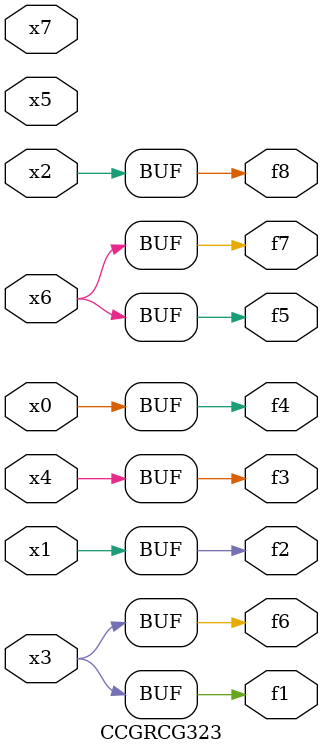
<source format=v>
module CCGRCG323(
	input x0, x1, x2, x3, x4, x5, x6, x7,
	output f1, f2, f3, f4, f5, f6, f7, f8
);
	assign f1 = x3;
	assign f2 = x1;
	assign f3 = x4;
	assign f4 = x0;
	assign f5 = x6;
	assign f6 = x3;
	assign f7 = x6;
	assign f8 = x2;
endmodule

</source>
